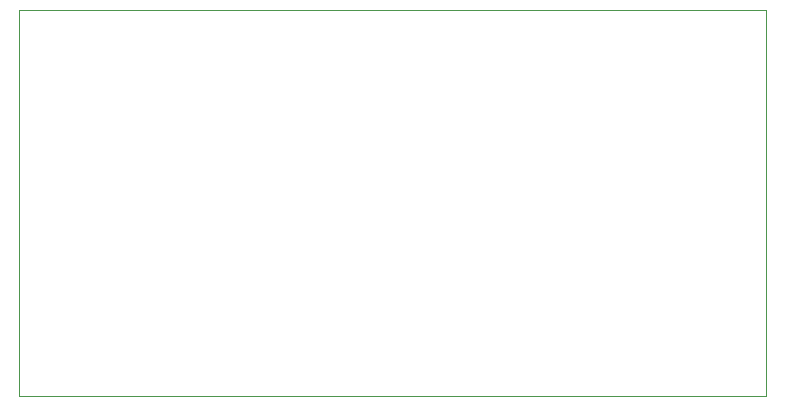
<source format=gbr>
%TF.GenerationSoftware,KiCad,Pcbnew,8.0.5*%
%TF.CreationDate,2025-04-25T02:38:47-05:00*%
%TF.ProjectId,327_project_pcb,3332375f-7072-46f6-9a65-63745f706362,rev?*%
%TF.SameCoordinates,Original*%
%TF.FileFunction,Profile,NP*%
%FSLAX46Y46*%
G04 Gerber Fmt 4.6, Leading zero omitted, Abs format (unit mm)*
G04 Created by KiCad (PCBNEW 8.0.5) date 2025-04-25 02:38:47*
%MOMM*%
%LPD*%
G01*
G04 APERTURE LIST*
%TA.AperFunction,Profile*%
%ADD10C,0.050800*%
%TD*%
G04 APERTURE END LIST*
D10*
X159000000Y-85800000D02*
X222250000Y-85800000D01*
X222250000Y-118500000D01*
X159000000Y-118500000D01*
X159000000Y-85800000D01*
M02*

</source>
